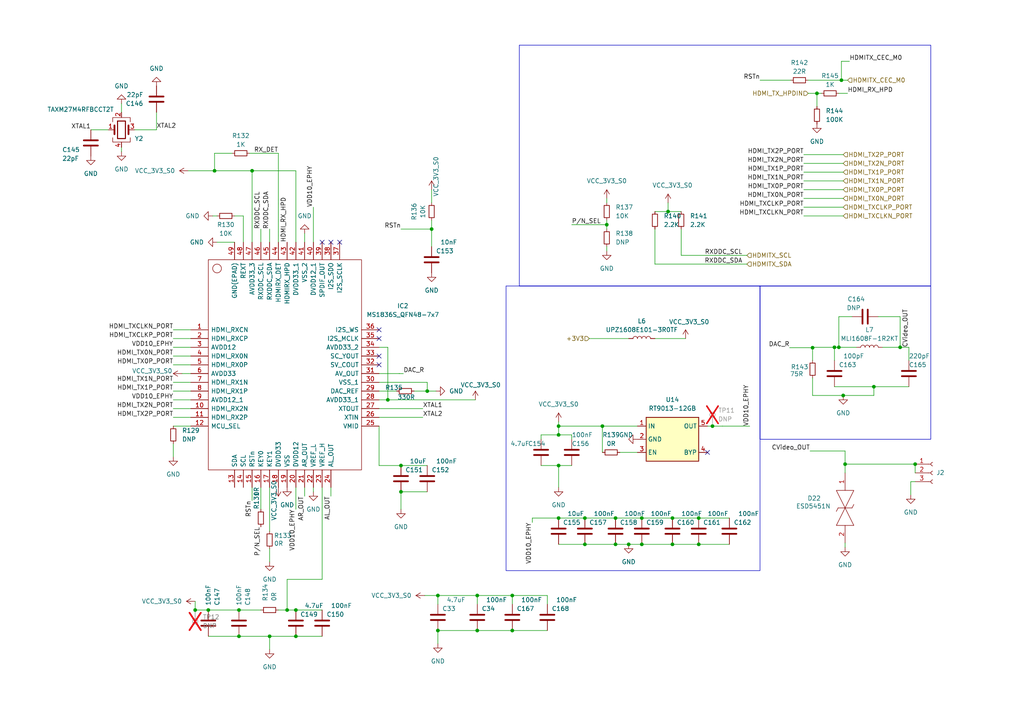
<source format=kicad_sch>
(kicad_sch (version 20231120) (generator "eeschema") (generator_version "8.0")
  (paper "A4")
  (junction (at 253.4574 112.1637))
  (junction (at 127 172.72))
  (junction (at 265.43 134.62))
  (junction (at 116.2974 142.6437))
  (junction (at 202.6574 157.8837))
  (junction (at 169.6374 150.2637))
  (junction (at 175.9874 65.1737))
  (junction (at 244.0487 23.2637))
  (junction (at 123.9174 113.4337))
  (junction (at 206.6461 123.5937))
  (junction (at 73.1174 49.53))
  (junction (at 261.0774 100.7337))
  (junction (at 195.0374 157.8837))
  (junction (at 148.59 172.72))
  (junction (at 235.6774 100.8488))
  (junction (at 186.1474 150.2637))
  (junction (at 125.1874 66.4437))
  (junction (at 178.5274 157.8837))
  (junction (at 202.6574 150.2637))
  (junction (at 138.43 172.72))
  (junction (at 148.59 182.88))
  (junction (at 60.4174 176.9337))
  (junction (at 138.43 182.88))
  (junction (at 178.5274 150.2637))
  (junction (at 186.1474 157.8837))
  (junction (at 83.2774 176.9337))
  (junction (at 127 182.88))
  (junction (at 162.0174 126.1337))
  (junction (at 85.8174 184.5537))
  (junction (at 169.6374 157.8837))
  (junction (at 69.3074 184.5537))
  (junction (at 162.0174 123.5937))
  (junction (at 244.5674 114.7037))
  (junction (at 243.2974 100.7337))
  (junction (at 78.1974 184.5537))
  (junction (at 112.4874 115.9737))
  (junction (at 236.9474 27.0737))
  (junction (at 162.0174 150.2637))
  (junction (at 56.6074 176.9337))
  (junction (at 242.0274 100.7337))
  (junction (at 62.23 49.53))
  (junction (at 193.7674 61.3637))
  (junction (at 162.0174 135.0237))
  (junction (at 174.7174 123.5937))
  (junction (at 85.8174 176.9337))
  (junction (at 116.2974 135.0237))
  (junction (at 245.11 134.62))
  (junction (at 69.3074 176.9337))
  (junction (at 182.3374 157.8837))
  (junction (at 195.0374 150.2637))
  (no_connect (at 109.9474 98.1937))
  (no_connect (at 98.5174 70.2537))
  (no_connect (at 205.1974 131.2137))
  (no_connect (at 109.9474 95.6537))
  (no_connect (at 109.9474 105.8137))
  (no_connect (at 109.9474 103.2737))
  (no_connect (at 95.9774 70.2537))
  (no_connect (at 93.4374 70.2537))
  (wire (pts (xy 169.6374 157.8837) (xy 178.5274 157.8837)))
  (wire (pts (xy 50.2574 118.5137) (xy 55.3374 118.5137)))
  (wire (pts (xy 138.43 182.88) (xy 127 182.88)))
  (wire (pts (xy 233.1374 57.5537) (xy 244.5674 57.5537)))
  (wire (pts (xy 148.59 172.72) (xy 138.43 172.72)))
  (wire (pts (xy 244.0487 23.2637) (xy 245.8374 23.2637)))
  (wire (pts (xy 169.6374 150.2637) (xy 178.5274 150.2637)))
  (wire (pts (xy 235.6774 114.7037) (xy 235.6774 109.6237)))
  (wire (pts (xy 122.6474 121.0537) (xy 109.9474 121.0537)))
  (wire (pts (xy 174.7174 123.5937) (xy 174.7174 131.2137)))
  (wire (pts (xy 158.75 175.26) (xy 158.75 172.72)))
  (wire (pts (xy 137.8874 115.9737) (xy 112.4874 115.9737)))
  (wire (pts (xy 61.6874 62.6337) (xy 62.9574 62.6337)))
  (wire (pts (xy 179.7974 131.2137) (xy 184.8774 131.2137)))
  (wire (pts (xy 175.9874 65.1737) (xy 175.9874 63.9037)))
  (wire (pts (xy 126.4574 113.4337) (xy 123.9174 113.4337)))
  (wire (pts (xy 120.1074 113.4337) (xy 123.9174 113.4337)))
  (wire (pts (xy 85.8174 176.9337) (xy 83.2774 176.9337)))
  (wire (pts (xy 156.9374 135.0237) (xy 162.0174 135.0237)))
  (wire (pts (xy 62.23 44.45) (xy 62.23 49.53)))
  (wire (pts (xy 39.045 37.6506) (xy 45.395 37.6506)))
  (wire (pts (xy 165.8274 65.1737) (xy 175.9874 65.1737)))
  (wire (pts (xy 75.6574 147.7237) (xy 75.6574 141.3737)))
  (wire (pts (xy 209.55 123.5971) (xy 209.55 123.5937)))
  (wire (pts (xy 148.59 182.88) (xy 138.43 182.88)))
  (wire (pts (xy 245.11 134.62) (xy 245.11 137.16)))
  (wire (pts (xy 263.6174 100.7337) (xy 263.6174 104.5437)))
  (wire (pts (xy 109.9474 100.7337) (xy 112.4874 100.7337)))
  (wire (pts (xy 264.16 139.7) (xy 265.43 139.7)))
  (wire (pts (xy 60.4174 176.9337) (xy 56.6074 176.9337)))
  (wire (pts (xy 88.3574 67.7137) (xy 88.3574 70.2537)))
  (wire (pts (xy 50.2574 113.4337) (xy 55.3374 113.4337)))
  (wire (pts (xy 235.6774 104.5437) (xy 235.6774 100.8488)))
  (wire (pts (xy 83.2774 176.9337) (xy 80.7374 176.9337)))
  (wire (pts (xy 193.7674 61.3637) (xy 197.5774 61.3637)))
  (wire (pts (xy 243.2974 91.8437) (xy 243.2974 100.7337)))
  (wire (pts (xy 202.6574 150.2637) (xy 211.5474 150.2637)))
  (wire (pts (xy 116.2974 142.6437) (xy 123.9174 142.6437)))
  (wire (pts (xy 69.3074 184.5537) (xy 78.1974 184.5537)))
  (wire (pts (xy 69.3074 176.9337) (xy 60.4174 176.9337)))
  (wire (pts (xy 244.5674 114.7037) (xy 253.4574 114.7037)))
  (wire (pts (xy 116.2974 147.7237) (xy 116.2974 142.6437)))
  (wire (pts (xy 156.9374 126.1337) (xy 162.0174 126.1337)))
  (wire (pts (xy 112.4874 115.9737) (xy 109.9474 115.9737)))
  (wire (pts (xy 138.43 172.72) (xy 127 172.72)))
  (wire (pts (xy 50.2574 95.6537) (xy 55.3374 95.6537)))
  (wire (pts (xy 70.5774 62.6337) (xy 68.0374 62.6337)))
  (wire (pts (xy 233.1374 49.9337) (xy 244.5674 49.9337)))
  (wire (pts (xy 62.23 49.53) (xy 73.1174 49.53)))
  (wire (pts (xy 162.0174 126.1337) (xy 165.8274 126.1337)))
  (wire (pts (xy 193.7674 58.8237) (xy 193.7674 61.3637)))
  (wire (pts (xy 138.43 175.26) (xy 138.43 172.72)))
  (wire (pts (xy 233.1374 62.6337) (xy 244.5674 62.6337)))
  (wire (pts (xy 246.38 17.78) (xy 244.0487 17.78)))
  (wire (pts (xy 50.2574 123.5937) (xy 55.3374 123.5937)))
  (wire (pts (xy 50.2574 100.7337) (xy 55.3374 100.7337)))
  (wire (pts (xy 165.8274 126.1337) (xy 165.8274 127.4037)))
  (wire (pts (xy 50.2574 121.0537) (xy 55.3374 121.0537)))
  (wire (pts (xy 234.95 130.81) (xy 245.11 130.81)))
  (wire (pts (xy 45.395 32.5706) (xy 45.395 37.6506)))
  (wire (pts (xy 123.9174 110.8937) (xy 123.9174 113.4337)))
  (wire (pts (xy 125.1874 71.5237) (xy 125.1874 66.4437)))
  (wire (pts (xy 255.9974 100.7337) (xy 261.0774 100.7337)))
  (wire (pts (xy 186.1474 150.2637) (xy 195.0374 150.2637)))
  (wire (pts (xy 85.8174 184.5537) (xy 93.4374 184.5537)))
  (wire (pts (xy 50.2574 115.9737) (xy 55.3374 115.9737)))
  (wire (pts (xy 75.6574 66.4437) (xy 75.6574 70.2537)))
  (wire (pts (xy 174.7174 123.5937) (xy 184.8774 123.5937)))
  (wire (pts (xy 243.2974 100.7337) (xy 242.0274 100.7337)))
  (wire (pts (xy 245.11 158.75) (xy 245.11 157.48)))
  (wire (pts (xy 78.1974 66.4437) (xy 78.1974 70.2537)))
  (wire (pts (xy 112.4874 100.7337) (xy 112.4874 115.9737)))
  (wire (pts (xy 162.0174 157.8837) (xy 169.6374 157.8837)))
  (wire (pts (xy 261.0774 91.8437) (xy 254.7274 91.8437)))
  (wire (pts (xy 35.235 30.0306) (xy 35.235 32.5706)))
  (wire (pts (xy 78.1974 159.1537) (xy 78.1974 162.9637)))
  (wire (pts (xy 178.5274 157.8837) (xy 182.3374 157.8837)))
  (wire (pts (xy 122.6474 118.5137) (xy 109.9474 118.5137)))
  (wire (pts (xy 90.8974 60.0937) (xy 90.8974 70.2537)))
  (wire (pts (xy 265.43 134.62) (xy 265.43 137.16)))
  (wire (pts (xy 62.23 44.45) (xy 67.31 44.45)))
  (wire (pts (xy 195.0374 150.2637) (xy 202.6574 150.2637)))
  (wire (pts (xy 236.9474 27.0737) (xy 238.2174 27.0737)))
  (wire (pts (xy 154.3974 151.5337) (xy 154.3974 150.2637)))
  (wire (pts (xy 162.0174 122.3237) (xy 162.0174 123.5937)))
  (wire (pts (xy 253.4574 112.1637) (xy 253.4574 114.7037)))
  (wire (pts (xy 156.9374 127.4037) (xy 156.9374 126.1337)))
  (wire (pts (xy 78.1974 154.0737) (xy 78.1974 141.3737)))
  (wire (pts (xy 78.1974 184.5537) (xy 85.8174 184.5537)))
  (wire (pts (xy 115.0274 113.4337) (xy 109.9474 113.4337)))
  (wire (pts (xy 88.3574 143.9137) (xy 88.3574 141.3737)))
  (wire (pts (xy 264.16 143.51) (xy 264.16 139.7)))
  (wire (pts (xy 162.0174 123.5937) (xy 174.7174 123.5937)))
  (wire (pts (xy 72.39 44.45) (xy 80.7374 44.45)))
  (wire (pts (xy 62.23 49.53) (xy 54.61 49.53)))
  (wire (pts (xy 123.19 172.72) (xy 127 172.72)))
  (wire (pts (xy 233.1374 52.4737) (xy 244.5674 52.4737)))
  (wire (pts (xy 261.0774 100.7337) (xy 263.6174 100.7337)))
  (wire (pts (xy 50.2574 98.1937) (xy 55.3374 98.1937)))
  (wire (pts (xy 234.4074 27.0737) (xy 236.9474 27.0737)))
  (wire (pts (xy 93.4374 141.3737) (xy 93.4374 168.0437)))
  (wire (pts (xy 209.55 123.5937) (xy 206.6461 123.5937)))
  (wire (pts (xy 202.6574 157.8837) (xy 211.5474 157.8837)))
  (wire (pts (xy 189.9574 61.3637) (xy 193.7674 61.3637)))
  (wire (pts (xy 93.4374 168.0437) (xy 83.2774 168.0437)))
  (wire (pts (xy 117.0066 108.3625) (xy 115.824 108.3625)))
  (wire (pts (xy 127 172.72) (xy 127 175.26)))
  (wire (pts (xy 242.0274 112.1637) (xy 253.4574 112.1637)))
  (wire (pts (xy 123.9174 135.0237) (xy 116.2974 135.0237)))
  (wire (pts (xy 248.3774 100.7337) (xy 243.2974 100.7337)))
  (wire (pts (xy 70.5774 62.6337) (xy 70.5774 70.2537)))
  (wire (pts (xy 178.5274 150.2637) (xy 186.1474 150.2637)))
  (wire (pts (xy 50.2574 103.2737) (xy 55.3374 103.2737)))
  (wire (pts (xy 245.11 130.81) (xy 245.11 134.62)))
  (wire (pts (xy 83.2774 168.0437) (xy 83.2774 176.9337)))
  (wire (pts (xy 50.2574 132.4837) (xy 50.2574 128.6737)))
  (wire (pts (xy 189.9574 76.6037) (xy 216.6274 76.6037)))
  (wire (pts (xy 170.9074 98.1937) (xy 182.3374 98.1937)))
  (wire (pts (xy 85.8174 49.53) (xy 85.8174 70.2537)))
  (wire (pts (xy 195.0374 157.8837) (xy 202.6574 157.8837)))
  (wire (pts (xy 236.9474 30.8837) (xy 236.9474 27.0737)))
  (wire (pts (xy 95.9774 143.9137) (xy 95.9774 141.3737)))
  (wire (pts (xy 175.9874 72.7937) (xy 175.9874 71.5237)))
  (wire (pts (xy 62.9574 70.2537) (xy 68.0374 70.2537)))
  (wire (pts (xy 234.4074 23.2637) (xy 244.0487 23.2637)))
  (wire (pts (xy 73.1174 49.53) (xy 73.1174 70.2537)))
  (wire (pts (xy 148.59 175.26) (xy 148.59 172.72)))
  (wire (pts (xy 26.345 37.6506) (xy 31.425 37.6506)))
  (wire (pts (xy 115.824 108.3625) (xy 115.824 108.3537)))
  (wire (pts (xy 115.824 108.3537) (xy 109.9474 108.3537)))
  (wire (pts (xy 197.5774 74.0637) (xy 216.6274 74.0637)))
  (wire (pts (xy 189.9574 66.4437) (xy 189.9574 76.6037)))
  (wire (pts (xy 235.6774 100.7337) (xy 242.0274 100.7337)))
  (wire (pts (xy 35.235 44.0006) (xy 35.235 42.7306)))
  (wire (pts (xy 261.0774 91.8437) (xy 261.0774 100.7337)))
  (wire (pts (xy 158.75 172.72) (xy 148.59 172.72)))
  (wire (pts (xy 75.6574 176.9337) (xy 69.3074 176.9337)))
  (wire (pts (xy 233.1374 47.3937) (xy 244.5674 47.3937)))
  (wire (pts (xy 56.6074 176.9337) (xy 56.6074 174.3937)))
  (wire (pts (xy 243.2974 91.8437) (xy 247.1074 91.8437)))
  (wire (pts (xy 233.1374 55.0137) (xy 244.5674 55.0137)))
  (wire (pts (xy 233.1374 60.0937) (xy 244.5674 60.0937)))
  (wire (pts (xy 125.1874 66.4437) (xy 125.1874 63.9037)))
  (wire (pts (xy 245.11 134.62) (xy 265.43 134.62)))
  (wire (pts (xy 206.6461 123.5937) (xy 205.1974 123.5937)))
  (wire (pts (xy 109.9474 110.8937) (xy 123.9174 110.8937)))
  (wire (pts (xy 197.5774 66.4437) (xy 197.5774 74.0637)))
  (wire (pts (xy 235.6774 100.8488) (xy 235.6774 100.7337)))
  (wire (pts (xy 175.9874 58.8237) (xy 175.9874 57.5537)))
  (wire (pts (xy 90.8974 142.6437) (xy 90.8974 141.3737)))
  (wire (pts (xy 116.2974 66.4437) (xy 125.1874 66.4437)))
  (wire (pts (xy 80.7374 44.45) (xy 80.7374 70.2537)))
  (wire (pts (xy 60.4174 184.5537) (xy 69.3074 184.5537)))
  (wire (pts (xy 78.1974 188.3637) (xy 78.1974 184.5537)))
  (wire (pts (xy 162.0174 135.0237) (xy 165.8274 135.0237)))
  (wire (pts (xy 116.2974 135.0237) (xy 109.9474 135.0237)))
  (wire (pts (xy 109.9474 135.0237) (xy 109.9474 123.5937)))
  (wire (pts (xy 73.1174 49.53) (xy 85.8174 49.53)))
  (wire (pts (xy 182.3374 157.8837) (xy 186.1474 157.8837)))
  (wire (pts (xy 93.4374 176.9337) (xy 85.8174 176.9337)))
  (wire (pts (xy 189.9574 98.1937) (xy 198.8474 98.1937)))
  (wire (pts (xy 242.0274 100.7337) (xy 242.0274 104.5437)))
  (wire (pts (xy 50.2574 105.8137) (xy 55.3374 105.8137)))
  (wire (pts (xy 158.75 182.88) (xy 148.59 182.88)))
  (wire (pts (xy 162.0174 123.5937) (xy 162.0174 126.1337)))
  (wire (pts (xy 243.2974 27.0737) (xy 245.8374 27.0737)))
  (wire (pts (xy 73.1174 145.1837) (xy 73.1174 141.3737)))
  (wire (pts (xy 186.1474 157.8837) (xy 195.0374 157.8837)))
  (wire (pts (xy 233.1374 44.8537) (xy 244.5674 44.8537)))
  (wire (pts (xy 50.2574 110.8937) (xy 55.3374 110.8937)))
  (wire (pts (xy 175.9874 66.4437) (xy 175.9874 65.1737)))
  (wire (pts (xy 125.1874 58.8237) (xy 125.1874 55.0137)))
  (wire (pts (xy 52.7974 108.3537) (xy 55.3374 108.3537)))
  (wire (pts (xy 162.0174 135.0237) (xy 162.0174 141.3737)))
  (wire (pts (xy 85.8174 147.7237) (xy 85.8174 141.3737)))
  (wire (pts (xy 253.4574 112.1637) (xy 263.6174 112.1637)))
  (wire (pts (xy 244.0487 17.78) (xy 244.0487 23.2637)))
  (wire (pts (xy 235.6774 114.7037) (xy 244.5674 114.7037)))
  (wire (pts (xy 220.4374 23.2637) (xy 229.3274 23.2637)))
  (wire (pts (xy 127 182.88) (xy 127 186.69)))
  (wire (pts (xy 235.6774 100.8488) (xy 229.0122 100.8488)))
  (wire (pts (xy 217.4517 123.5971) (xy 209.55 123.5971)))
  (wire (pts (xy 162.0174 150.2637) (xy 169.6374 150.2637)))
  (wire (pts (xy 154.3974 150.2637) (xy 162.0174 150.2637)))
  (rectangle (start 146.7774 82.9537) (end 220.4374 165.5037))
  (rectangle (start 220.4374 82.9537) (end 269.9674 127.4037))
  (rectangle (start 150.622 13.1037) (end 269.9674 82.9537))
  (label "CVideo_OUT" (at 263.6174 100.7337 90))
  (label "P{slash}N_SEL" (at 75.6574 152.8037 270))
  (label "XTAL1" (at 26.345 37.6506 180))
  (label "HDMI_TXCLKP_PORT" (at 233.1374 60.0937 180))
  (label "HDMI_TXCLKP_PORT" (at 50.2574 98.1937 180))
  (label "HDMI_TX1P_PORT" (at 50.2574 113.4337 180))
  (label "RSTn" (at 73.1174 145.1837 270))
  (label "DAC_R" (at 117.0066 108.3625 0))
  (label "P{slash}N_SEL" (at 165.8274 65.1737 0))
  (label "RXDDC_SCL" (at 215.3574 74.0637 180))
  (label "HDMI_TX1P_PORT" (at 233.1374 49.9337 180))
  (label "VDD10_EPHY" (at 85.8174 147.7237 270))
  (label "AL_OUT" (at 95.9774 143.9137 270))
  (label "RSTn" (at 220.4374 23.2637 180))
  (label "HDMI_TX0P_PORT" (at 50.2574 105.8137 180))
  (label "HDMITX_CEC_M0" (at 246.38 17.78 0))
  (label "VDD10_EPHY" (at 50.2574 115.9737 180))
  (label "HDMI_TX2N_PORT" (at 233.1374 47.3937 180))
  (label "VDD10_EPHY" (at 217.4517 123.5971 90))
  (label "CVideo_OUT" (at 234.95 130.81 180))
  (label "HDMI_TX1N_PORT" (at 50.2574 110.8937 180))
  (label "HDMI_TX1N_PORT" (at 233.1374 52.4737 180))
  (label "HDMI_TX0N_PORT" (at 50.2574 103.2737 180))
  (label "HDMI_TX0N_PORT" (at 233.1374 57.5537 180))
  (label "VDD10_EPHY" (at 154.3974 151.5337 270))
  (label "HDMI_TX2N_PORT" (at 50.2574 118.5137 180))
  (label "RXDDC_SDA" (at 215.3574 76.6037 180))
  (label "HDMI_TXCLKN_PORT" (at 50.2574 95.6537 180))
  (label "RSTn" (at 116.2974 66.4437 180))
  (label "RXDDC_SDA" (at 78.1974 66.4437 90))
  (label "VDD10_EPHY" (at 90.8974 60.0937 90))
  (label "XTAL2" (at 122.6474 121.0537 0))
  (label "XTAL1" (at 122.6474 118.5137 0))
  (label "XTAL2" (at 45.395 37.4969 0))
  (label "HDMI_RX_HPD" (at 245.8374 27.0737 0))
  (label "DAC_R" (at 229.0122 100.8488 180))
  (label "RX_DET" (at 73.66 44.45 0))
  (label "HDMI_RX_HPD" (at 83.2774 70.2537 90))
  (label "HDMI_TX2P_PORT" (at 50.2574 121.0537 180))
  (label "AR_OUT" (at 88.3574 143.9137 270))
  (label "HDMI_TX2P_PORT" (at 233.1374 44.8537 180))
  (label "HDMI_TXCLKN_PORT" (at 233.1374 62.6337 180))
  (label "VDD10_EPHY" (at 50.2574 100.7337 180))
  (label "HDMI_TX0P_PORT" (at 233.1374 55.0137 180))
  (label "RXDDC_SCL" (at 75.6574 66.4437 90))
  (hierarchical_label "HDMI_TX0P_PORT" (shape input) (at 244.5674 55.0137 0))
  (hierarchical_label "HDMITX_CEC_M0" (shape input) (at 245.8374 23.2637 0))
  (hierarchical_label "HDMI_TX1P_PORT" (shape input) (at 244.5674 49.9337 0))
  (hierarchical_label "+3V3" (shape input) (at 170.9074 98.1937 180))
  (hierarchical_label "HDMI_TXCLKN_PORT" (shape input) (at 244.5674 62.6337 0))
  (hierarchical_label "HDMITX_SDA" (shape input) (at 216.6274 76.6037 0))
  (hierarchical_label "HDMI_TX2P_PORT" (shape input) (at 244.5674 44.8537 0))
  (hierarchical_label "HDMI_TX_HPDIN" (shape input) (at 234.4074 27.0737 180))
  (hierarchical_label "HDMI_TX1N_PORT" (shape input) (at 244.5674 52.4737 0))
  (hierarchical_label "HDMI_TX0N_PORT" (shape input) (at 244.5674 57.5537 0))
  (hierarchical_label "HDMITX_SCL" (shape input) (at 216.6274 74.0637 0))
  (hierarchical_label "HDMI_TXCLKP_PORT" (shape input) (at 244.5674 60.0937 0))
  (hierarchical_label "HDMI_TX2N_PORT" (shape input) (at 244.5674 47.3937 0))
  (symbol (lib_id "power:GND") (at 236.9474 35.9637 0) (unit 1)
    (property "Reference" "#PWR0188" (effects (hide yes)))
    (property "Value" "GND" (at 236.9474 41.0437 0))
    (property "Description" "Power symbol creates a global label with name \"GND\" , ground" (effects (hide yes)))
    (instances (project "Movita_3566_XV500_Router_V4.0" (path "" (reference "#PWR0188") (unit 1))) (project "HDMI_CVBS" (path "" (reference "#PWR087") (unit 1))) (project "HDMI_CVBS" (path "" (reference "#PWR08") (unit 1))))
  )
  (symbol (lib_id "Device:R_Small") (at 236.9474 33.4237 0) (unit 1)
    (property "Reference" "R144" (at 239.4874 32.1537 0) (effects (justify left)))
    (property "Value" "100K" (at 239.4874 34.6937 0) (effects (justify left)))
    (property "Footprint" "Resistor_SMD:R_0603_1608Metric" (effects (hide yes)))
    (property "Description" "Resistor, small symbol" (effects (hide yes)))
    (property "MPN" "0603WAF1003T5E" (effects (hide yes)))
    (instances (project "Movita_3566_XV500_Router_V4.0" (path "" (reference "R144") (unit 1))) (project "HDMI_CVBS" (path "" (reference "R50") (unit 1))) (project "HDMI_CVBS" (path "" (reference "R7") (unit 1))))
  )
  (symbol (lib_id "Device:R_Small") (at 240.7574 27.0737 270) (unit 1)
    (property "Reference" "R145" (at 240.7574 21.9937 90))
    (property "Value" "1K" (at 240.7574 24.5337 90))
    (property "Footprint" "Resistor_SMD:R_0603_1608Metric" (effects (hide yes)))
    (property "Description" "Resistor, small symbol" (effects (hide yes)))
    (property "MPN" "0603WAF1001T5E" (effects (hide yes)))
    (instances (project "Movita_3566_XV500_Router_V4.0" (path "" (reference "R145") (unit 1))) (project "HDMI_CVBS" (path "" (reference "R51") (unit 1))) (project "HDMI_CVBS" (path "" (reference "R6") (unit 1))))
  )
  (symbol (lib_id "Device:C") (at 165.8274 131.2137 0) (unit 1)
    (property "Reference" "C156" (at 165.8274 128.6737 0) (effects (justify left)))
    (property "Value" "100nF" (at 165.8274 126.1337 0) (effects (justify left)))
    (property "Footprint" "Capacitor_SMD:C_0603_1608Metric" (effects (hide yes)))
    (property "Description" "Unpolarized capacitor" (effects (hide yes)))
    (property "MPN" "0603B104K500NT" (effects (hide yes)))
    (instances (project "Movita_3566_XV500_Router_V4.0" (path "" (reference "C156") (unit 1))) (project "HDMI_CVBS" (path "" (reference "C73") (unit 1))) (project "HDMI_CVBS" (path "" (reference "C4") (unit 1))))
  )
  (symbol (lib_id "power:GND") (at 244.5674 114.7037 0) (unit 1)
    (property "Reference" "#PWR0190" (effects (hide yes)))
    (property "Value" "GND" (at 244.5674 119.7837 0))
    (property "Description" "Power symbol creates a global label with name \"GND\" , ground" (effects (hide yes)))
    (instances (project "Movita_3566_XV500_Router_V4.0" (path "" (reference "#PWR0190") (unit 1))) (project "HDMI_CVBS" (path "" (reference "#PWR089") (unit 1))) (project "HDMI_CVBS" (path "" (reference "#PWR015") (unit 1))))
  )
  (symbol (lib_id "Device:C") (at 156.9374 131.2137 0) (unit 1)
    (property "Reference" "C154" (at 153.1274 128.6737 0) (effects (justify left)))
    (property "Value" "4.7uF" (at 148.0474 128.6737 0) (effects (justify left)))
    (property "Footprint" "Capacitor_SMD:C_0603_1608Metric" (effects (hide yes)))
    (property "Description" "Unpolarized capacitor" (effects (hide yes)))
    (property "MPN" "CL10A475KO8NNNC" (effects (hide yes)))
    (instances (project "Movita_3566_XV500_Router_V4.0" (path "" (reference "C154") (unit 1))) (project "HDMI_CVBS" (path "" (reference "C71") (unit 1))) (project "HDMI_CVBS" (path "" (reference "C3") (unit 1))))
  )
  (symbol (lib_id "power:GND") (at 126.4574 113.4337 90) (unit 1)
    (property "Reference" "#PWR0166" (effects (hide yes)))
    (property "Value" "GND" (at 130.2674 113.4337 90) (effects (justify right)))
    (property "Description" "Power symbol creates a global label with name \"GND\" , ground" (effects (hide yes)))
    (instances (project "Movita_3566_XV500_Router_V4.0" (path "" (reference "#PWR0166") (unit 1))) (project "HDMI_CVBS" (path "" (reference "#PWR075") (unit 1))) (project "HDMI_CVBS" (path "" (reference "#PWR027") (unit 1))))
  )
  (symbol (lib_id "power:GND") (at 61.6874 62.6337 270) (unit 1)
    (property "Reference" "#PWR0150" (effects (hide yes)))
    (property "Value" "GND" (at 57.8774 62.6337 90) (effects (justify right)))
    (property "Description" "Power symbol creates a global label with name \"GND\" , ground" (effects (hide yes)))
    (instances (project "Movita_3566_XV500_Router_V4.0" (path "" (reference "#PWR0150") (unit 1))) (project "HDMI_CVBS" (path "" (reference "#PWR064") (unit 1))) (project "HDMI_CVBS" (path "" (reference "#PWR032") (unit 1))))
  )
  (symbol (lib_id "Connector:Conn_01x03_Socket") (at 270.51 137.16 0) (unit 1)
    (property "Reference" "J2" (at 271.5604 137.0947 0) (effects (justify left)))
    (property "Value" "DNP" (effects (hide yes)))
    (property "Footprint" "Footprint Library:AV_CON" (effects (hide yes)))
    (property "Description" "Generic connector, single row, 01x03, script generated" (effects (hide yes)))
    (property "MPN" "莲花座AV1-8.4-5A 黑色" (effects (hide yes)))
  )
  (symbol (lib_id "power:GND") (at 35.235 30.0306 180) (unit 1)
    (property "Reference" "#PWR07" (effects (hide yes)))
    (property "Value" "GND" (at 35.235 24.9506 0))
    (property "Description" "Power symbol creates a global label with name \"GND\" , ground" (effects (hide yes)))
    (instances (project "Movita_3566_XV500_Router_V4.0" (path "" (reference "#PWR07") (unit 1))) (project "HDMI_CVBS" (path "" (reference "#PWR058") (unit 1))) (project "HDMI_CVBS" (path "" (reference "#PWR02") (unit 1))))
  )
  (symbol (lib_id "Device:R_Small") (at 69.85 44.45 90) (unit 1)
    (property "Reference" "R132" (at 69.85 39.37 90))
    (property "Value" "1K" (at 69.85 41.91 90))
    (property "Footprint" "Resistor_SMD:R_0603_1608Metric" (effects (hide yes)))
    (property "Description" "Resistor, small symbol" (effects (hide yes)))
    (property "MPN" "0603WAF1001T5E" (effects (hide yes)))
    (instances (project "Movita_3566_XV500_Router_V4.0" (path "" (reference "R132") (unit 1))) (project "HDMI_CVBS" (path "" (reference "R38") (unit 1))) (project "HDMI_CVBS" (path "" (reference "R17") (unit 1))))
  )
  (symbol (lib_id "power:GND") (at 125.1874 79.1437 0) (unit 1)
    (property "Reference" "#PWR0165" (effects (hide yes)))
    (property "Value" "GND" (at 125.1874 84.2237 0))
    (property "Description" "Power symbol creates a global label with name \"GND\" , ground" (effects (hide yes)))
    (instances (project "Movita_3566_XV500_Router_V4.0" (path "" (reference "#PWR0165") (unit 1))) (project "HDMI_CVBS" (path "" (reference "#PWR077") (unit 1))) (project "HDMI_CVBS" (path "" (reference "#PWR029") (unit 1))))
  )
  (symbol (lib_id "Device:R_Small") (at 197.5774 63.9037 180) (unit 1)
    (property "Reference" "R141" (at 200.1174 62.6337 0) (effects (justify right)))
    (property "Value" "2.2K" (at 200.1174 65.1737 0) (effects (justify right)))
    (property "Footprint" "Resistor_SMD:R_0603_1608Metric" (effects (hide yes)))
    (property "Description" "Resistor, small symbol" (effects (hide yes)))
    (property "MPN" "0603WAF2201T5E" (effects (hide yes)))
    (instances (project "Movita_3566_XV500_Router_V4.0" (path "" (reference "R141") (unit 1))) (project "HDMI_CVBS" (path "" (reference "R47") (unit 1))) (project "HDMI_CVBS" (path "" (reference "R1") (unit 1))))
  )
  (symbol (lib_id "Device:R_Small") (at 50.2574 126.1337 180) (unit 1)
    (property "Reference" "R129" (at 52.7974 124.8637 0) (effects (justify right)))
    (property "Value" "DNP" (at 52.7974 127.4037 0) (effects (justify right)))
    (property "Footprint" "Resistor_SMD:R_0402_1005Metric" (effects (hide yes)))
    (property "Description" "Resistor, small symbol" (effects (hide yes)))
    (instances (project "Movita_3566_XV500_Router_V4.0" (path "" (reference "R129") (unit 1))) (project "HDMI_CVBS" (path "" (reference "R35") (unit 1))) (project "HDMI_CVBS" (path "" (reference "R10") (unit 1))))
  )
  (symbol (lib_id "power:VCC") (at 54.61 49.53 90) (unit 1)
    (property "Reference" "#PWR0154" (effects (hide yes)))
    (property "Value" "VCC_3V3_S0" (at 50.8 49.53 90) (effects (justify left)))
    (property "Description" "Power symbol creates a global label with name \"VCC\"" (effects (hide yes)))
    (instances (project "Movita_3566_XV500_Router_V4.0" (path "" (reference "#PWR0154") (unit 1))) (project "HDMI_CVBS" (path "" (reference "#PWR066") (unit 1))) (project "HDMI_CVBS" (path "" (reference "#PWR031") (unit 1))))
  )
  (symbol (lib_id "power:VCC") (at 162.0174 122.3237 0) (unit 1)
    (property "Reference" "#PWR0170" (effects (hide yes)))
    (property "Value" "VCC_3V3_S0" (at 162.0174 117.2437 0))
    (property "Description" "Power symbol creates a global label with name \"VCC\"" (effects (hide yes)))
    (instances (project "Movita_3566_XV500_Router_V4.0" (path "" (reference "#PWR0170") (unit 1))) (project "HDMI_CVBS" (path "" (reference "#PWR078") (unit 1))) (project "HDMI_CVBS" (path "" (reference "#PWR011") (unit 1))))
  )
  (symbol (lib_id "power:VCC") (at 80.7374 141.3737 180) (unit 1)
    (property "Reference" "#PWR0157" (effects (hide yes)))
    (property "Value" "VCC_3V3_S0" (at 79.4674 145.1837 90))
    (property "Description" "Power symbol creates a global label with name \"VCC\"" (effects (hide yes)))
    (instances (project "Movita_3566_XV500_Router_V4.0" (path "" (reference "#PWR0157") (unit 1))) (project "HDMI_CVBS" (path "" (reference "#PWR069") (unit 1))) (project "HDMI_CVBS" (path "" (reference "#PWR020") (unit 1))))
  )
  (symbol (lib_id "power:VCC") (at 198.8474 98.1937 0) (unit 1)
    (property "Reference" "#PWR0187" (effects (hide yes)))
    (property "Value" "VCC_3V3_S0" (at 194.0214 93.3677 0) (effects (justify left)))
    (property "Description" "Power symbol creates a global label with name \"VCC\"" (effects (hide yes)))
    (instances (project "Movita_3566_XV500_Router_V4.0" (path "" (reference "#PWR0187") (unit 1))) (project "HDMI_CVBS" (path "" (reference "#PWR085") (unit 1))) (project "HDMI_CVBS" (path "" (reference "#PWR09") (unit 1))))
  )
  (symbol (lib_id "Device:C") (at 26.345 41.4606 0) (unit 1)
    (property "Reference" "C145" (at 18.034 43.434 0) (effects (justify left)))
    (property "Value" "22pF" (at 18.034 45.974 0) (effects (justify left)))
    (property "Footprint" "Capacitor_SMD:C_0603_1608Metric" (effects (hide yes)))
    (property "Description" "Unpolarized capacitor" (effects (hide yes)))
    (property "MPN" "CL10C220JB8NNNC" (effects (hide yes)))
    (instances (project "Movita_3566_XV500_Router_V4.0" (path "" (reference "C145") (unit 1))) (project "HDMI_CVBS" (path "" (reference "C62") (unit 1))) (project "HDMI_CVBS" (path "" (reference "C1") (unit 1))))
  )
  (symbol (lib_id "Device:C") (at 178.5274 154.0737 0) (unit 1)
    (property "Reference" "C158" (at 179.7974 151.5337 0) (effects (justify left)))
    (property "Value" "100nF" (at 181.0674 148.9937 0) (effects (justify left)))
    (property "Footprint" "Capacitor_SMD:C_0603_1608Metric" (effects (hide yes)))
    (property "Description" "Unpolarized capacitor" (effects (hide yes)))
    (property "MPN" "0603B104K500NT" (effects (hide yes)))
    (instances (project "Movita_3566_XV500_Router_V4.0" (path "" (reference "C158") (unit 1))) (project "HDMI_CVBS" (path "" (reference "C75") (unit 1))) (project "HDMI_CVBS" (path "" (reference "C7") (unit 1))))
  )
  (symbol (lib_id "Device:C") (at 127 179.07 0) (unit 1)
    (property "Reference" "C33" (at 128.27 176.53 0) (effects (justify left)))
    (property "Value" "4.7uF" (at 129.54 173.99 0) (effects (justify left)))
    (property "Footprint" "Capacitor_SMD:C_0603_1608Metric" (effects (hide yes)))
    (property "Description" "Unpolarized capacitor" (effects (hide yes)))
    (property "MPN" "CL10A475KO8NNNC" (effects (hide yes)))
    (instances (project "Movita_3566_XV500_Router_V4.0" (path "" (reference "C33") (unit 1))) (project "HDMI_CVBS" (path "" (reference "C66") (unit 1))) (project "HDMI_CVBS" (path "" (reference "C18") (unit 1))))
  )
  (symbol (lib_id "power:GND") (at 90.8974 142.6437 0) (unit 1)
    (property "Reference" "#PWR0160" (effects (hide yes)))
    (property "Value" "GND" (at 90.8974 147.7237 0))
    (property "Description" "Power symbol creates a global label with name \"GND\" , ground" (effects (hide yes)))
    (instances (project "Movita_3566_XV500_Router_V4.0" (path "" (reference "#PWR0160") (unit 1))) (project "HDMI_CVBS" (path "" (reference "#PWR072") (unit 1))) (project "HDMI_CVBS" (path "" (reference "#PWR022") (unit 1))))
  )
  (symbol (lib_id "power:VCC") (at 52.7974 108.3537 90) (unit 1)
    (property "Reference" "#PWR0140" (effects (hide yes)))
    (property "Value" "VCC_3V3_S0" (at 50.0034 107.5917 90) (effects (justify left)))
    (property "Description" "Power symbol creates a global label with name \"VCC\"" (effects (hide yes)))
    (instances (project "Movita_3566_XV500_Router_V4.0" (path "" (reference "#PWR0140") (unit 1))) (project "HDMI_CVBS" (path "" (reference "#PWR062") (unit 1))) (project "HDMI_CVBS" (path "" (reference "#PWR017") (unit 1))))
  )
  (symbol (lib_id "power:GND") (at 62.9574 70.2537 270) (unit 1)
    (property "Reference" "#PWR0153" (effects (hide yes)))
    (property "Value" "GND" (at 59.1474 70.2537 90) (effects (justify right)))
    (property "Description" "Power symbol creates a global label with name \"GND\" , ground" (effects (hide yes)))
    (instances (project "Movita_3566_XV500_Router_V4.0" (path "" (reference "#PWR0153") (unit 1))) (project "HDMI_CVBS" (path "" (reference "#PWR065") (unit 1))) (project "HDMI_CVBS" (path "" (reference "#PWR030") (unit 1))))
  )
  (symbol (lib_id "Device:R_Small") (at 231.8674 23.2637 270) (unit 1)
    (property "Reference" "R142" (at 231.8674 18.1837 90))
    (property "Value" "22R" (at 231.8674 20.7237 90))
    (property "Footprint" "Resistor_SMD:R_0603_1608Metric" (effects (hide yes)))
    (property "Description" "Resistor, small symbol" (effects (hide yes)))
    (property "MPN" "0603WAF220JT5E" (effects (hide yes)))
    (instances (project "Movita_3566_XV500_Router_V4.0" (path "" (reference "R142") (unit 1))) (project "HDMI_CVBS" (path "" (reference "R48") (unit 1))) (project "HDMI_CVBS" (path "" (reference "R5") (unit 1))))
  )
  (symbol (lib_id "QFN481:MS1836S_QFN48-7x7") (at 60.4174 95.6537 0) (unit 1)
    (property "Reference" "IC2" (at 116.84 88.7255 0))
    (property "Value" "MS1836S_QFN48-7x7" (at 116.84 91.2655 0))
    (property "Footprint" "Package_DFN_QFN:QFN-48-1EP_7x7mm_P0.5mm_EP5.6x5.6mm" (effects (hide yes)))
    (property "MPN" "MS1836S" (effects (hide yes)))
    (instances (project "Movita_3566_XV500_Router_V4.0" (path "" (reference "IC2") (unit 1))) (project "HDMI_CVBS" (path "" (reference "IC2") (unit 1))) (project "HDMI_CVBS" (path "" (reference "IC1") (unit 1))))
  )
  (symbol (lib_id "Device:C") (at 202.6574 154.0737 0) (unit 1)
    (property "Reference" "C161" (at 203.9274 151.5337 0) (effects (justify left)))
    (property "Value" "100nF" (at 205.1974 148.9937 0) (effects (justify left)))
    (property "Footprint" "Capacitor_SMD:C_0603_1608Metric" (effects (hide yes)))
    (property "Description" "Unpolarized capacitor" (effects (hide yes)))
    (property "MPN" "0603B104K500NT" (effects (hide yes)))
    (instances (project "Movita_3566_XV500_Router_V4.0" (path "" (reference "C161") (unit 1))) (project "HDMI_CVBS" (path "" (reference "C78") (unit 1))) (project "HDMI_CVBS" (path "" (reference "C10") (unit 1))))
  )
  (symbol (lib_id "power:VCC") (at 193.7674 58.8237 0) (unit 1)
    (property "Reference" "#PWR0186" (effects (hide yes)))
    (property "Value" "VCC_3V3_S0" (at 195.0374 53.7437 0))
    (property "Description" "Power symbol creates a global label with name \"VCC\"" (effects (hide yes)))
    (instances (project "Movita_3566_XV500_Router_V4.0" (path "" (reference "#PWR0186") (unit 1))) (project "HDMI_CVBS" (path "" (reference "#PWR086") (unit 1))) (project "HDMI_CVBS" (path "" (reference "#PWR05") (unit 1))))
  )
  (symbol (lib_id "Device:C") (at 69.3074 180.7437 0) (unit 1)
    (property "Reference" "C148" (at 71.8474 175.6637 90) (effects (justify left)))
    (property "Value" "100nF" (at 69.3074 175.6637 90) (effects (justify left)))
    (property "Footprint" "Capacitor_SMD:C_0603_1608Metric" (effects (hide yes)))
    (property "Description" "Unpolarized capacitor" (effects (hide yes)))
    (property "MPN" "0603B104K500NT" (effects (hide yes)))
    (instances (project "Movita_3566_XV500_Router_V4.0" (path "" (reference "C148") (unit 1))) (project "HDMI_CVBS" (path "" (reference "C65") (unit 1))) (project "HDMI_CVBS" (path "" (reference "C16") (unit 1))))
  )
  (symbol (lib_id "Device:C") (at 123.9174 138.8337 0) (unit 1)
    (property "Reference" "C152" (at 125.1874 136.2937 0) (effects (justify left)))
    (property "Value" "100nF" (at 126.4574 133.7537 0) (effects (justify left)))
    (property "Footprint" "Capacitor_SMD:C_0603_1608Metric" (effects (hide yes)))
    (property "Description" "Unpolarized capacitor" (effects (hide yes)))
    (property "MPN" "0603B104K500NT" (effects (hide yes)))
    (instances (project "Movita_3566_XV500_Router_V4.0" (path "" (reference "C152") (unit 1))) (project "HDMI_CVBS" (path "" (reference "C69") (unit 1))) (project "HDMI_CVBS" (path "" (reference "C20") (unit 1))))
  )
  (symbol (lib_id "power:GND") (at 162.0174 141.3737 0) (unit 1)
    (property "Reference" "#PWR0171" (effects (hide yes)))
    (property "Value" "GND" (at 162.0174 146.4537 0))
    (property "Description" "Power symbol creates a global label with name \"GND\" , ground" (effects (hide yes)))
    (instances (project "Movita_3566_XV500_Router_V4.0" (path "" (reference "#PWR0171") (unit 1))) (project "HDMI_CVBS" (path "" (reference "#PWR079") (unit 1))) (project "HDMI_CVBS" (path "" (reference "#PWR012") (unit 1))))
  )
  (symbol (lib_id "power:GND") (at 184.8774 127.4037 270) (unit 1)
    (property "Reference" "#PWR0185" (effects (hide yes)))
    (property "Value" "GND" (at 183.6074 126.1337 90) (effects (justify right)))
    (property "Description" "Power symbol creates a global label with name \"GND\" , ground" (effects (hide yes)))
    (instances (project "Movita_3566_XV500_Router_V4.0" (path "" (reference "#PWR0185") (unit 1))) (project "HDMI_CVBS" (path "" (reference "#PWR082") (unit 1))) (project "HDMI_CVBS" (path "" (reference "#PWR013") (unit 1))))
  )
  (symbol (lib_id "power:GND") (at 45.395 24.9506 180) (unit 1)
    (property "Reference" "#PWR054" (effects (hide yes)))
    (property "Value" "GND" (at 45.395 19.8706 0))
    (property "Description" "Power symbol creates a global label with name \"GND\" , ground" (effects (hide yes)))
    (instances (project "Movita_3566_XV500_Router_V4.0" (path "" (reference "#PWR054") (unit 1))) (project "HDMI_CVBS" (path "" (reference "#PWR060") (unit 1))) (project "HDMI_CVBS" (path "" (reference "#PWR04") (unit 1))))
  )
  (symbol (lib_id "Device:R_Small") (at 175.9874 68.9837 0) (unit 1)
    (property "Reference" "R138" (at 178.5274 67.7137 0) (effects (justify left)))
    (property "Value" "DNP" (at 178.5274 70.2537 0) (effects (justify left)))
    (property "Footprint" "Resistor_SMD:R_0402_1005Metric" (effects (hide yes)))
    (property "Description" "Resistor, small symbol" (effects (hide yes)))
    (instances (project "Movita_3566_XV500_Router_V4.0" (path "" (reference "R138") (unit 1))) (project "HDMI_CVBS" (path "" (reference "R45") (unit 1))) (project "HDMI_CVBS" (path "" (reference "R4") (unit 1))))
  )
  (symbol (lib_id "Connector:TestPoint") (at 56.6074 176.9337 180) (unit 1) (dnp yes)
    (property "Reference" "TP12" (at 58.7979 178.9656 0) (effects (justify right)))
    (property "Value" "DNP" (at 58.7979 181.5056 0) (effects (justify right)))
    (property "Footprint" "TestPoint:TestPoint_Pad_1.0x1.0mm" (effects (hide yes)))
    (property "Description" "test point" (effects (hide yes)))
  )
  (symbol (lib_id "Device:C") (at 195.0374 154.0737 0) (unit 1)
    (property "Reference" "C160" (at 196.3074 151.5337 0) (effects (justify left)))
    (property "Value" "100nF" (at 197.5774 148.9937 0) (effects (justify left)))
    (property "Footprint" "Capacitor_SMD:C_0603_1608Metric" (effects (hide yes)))
    (property "Description" "Unpolarized capacitor" (effects (hide yes)))
    (property "MPN" "0603B104K500NT" (effects (hide yes)))
    (instances (project "Movita_3566_XV500_Router_V4.0" (path "" (reference "C160") (unit 1))) (project "HDMI_CVBS" (path "" (reference "C77") (unit 1))) (project "HDMI_CVBS" (path "" (reference "C9") (unit 1))))
  )
  (symbol (lib_id "Device:C") (at 263.6174 108.3537 0) (unit 1)
    (property "Reference" "C165" (at 263.6174 105.8137 0) (effects (justify left)))
    (property "Value" "220pF" (at 263.6174 103.2737 0) (effects (justify left)))
    (property "Footprint" "Capacitor_SMD:C_0603_1608Metric" (effects (hide yes)))
    (property "Description" "Unpolarized capacitor" (effects (hide yes)))
    (property "MPN" "CL10B221KB8NNNC" (effects (hide yes)))
    (instances (project "Movita_3566_XV500_Router_V4.0" (path "" (reference "C165") (unit 1))) (project "HDMI_CVBS" (path "" (reference "C82") (unit 1))) (project "HDMI_CVBS" (path "" (reference "C13") (unit 1))))
  )
  (symbol (lib_id "Device:R_Small") (at 235.6774 107.0837 180) (unit 1)
    (property "Reference" "R143" (at 229.362 106.426 0) (effects (justify right)))
    (property "Value" "75R" (at 229.108 108.458 0) (effects (justify right)))
    (property "Footprint" "Resistor_SMD:R_0402_1005Metric" (effects (hide yes)))
    (property "Description" "Resistor, small symbol" (effects (hide yes)))
    (property "MPN" "0402WGF750JTCE" (effects (hide yes)))
    (instances (project "Movita_3566_XV500_Router_V4.0" (path "" (reference "R143") (unit 1))) (project "HDMI_CVBS" (path "" (reference "R49") (unit 1))) (project "HDMI_CVBS" (path "" (reference "R9") (unit 1))))
  )
  (symbol (lib_id "power:GND") (at 182.3374 157.8837 0) (unit 1)
    (property "Reference" "#PWR0176" (effects (hide yes)))
    (property "Value" "GND" (at 182.3374 162.9637 0))
    (property "Description" "Power symbol creates a global label with name \"GND\" , ground" (effects (hide yes)))
    (instances (project "Movita_3566_XV500_Router_V4.0" (path "" (reference "#PWR0176") (unit 1))) (project "HDMI_CVBS" (path "" (reference "#PWR081") (unit 1))) (project "HDMI_CVBS" (path "" (reference "#PWR014") (unit 1))))
  )
  (symbol (lib_id "power:GND") (at 78.1974 162.9637 0) (unit 1)
    (property "Reference" "#PWR0155" (effects (hide yes)))
    (property "Value" "GND" (at 78.1974 168.0437 0))
    (property "Description" "Power symbol creates a global label with name \"GND\" , ground" (effects (hide yes)))
    (instances (project "Movita_3566_XV500_Router_V4.0" (path "" (reference "#PWR0155") (unit 1))) (project "HDMI_CVBS" (path "" (reference "#PWR067") (unit 1))) (project "HDMI_CVBS" (path "" (reference "#PWR019") (unit 1))))
  )
  (symbol (lib_id "power:GND") (at 50.2574 132.4837 0) (unit 1)
    (property "Reference" "#PWR055" (effects (hide yes)))
    (property "Value" "GND" (at 50.2574 137.5637 0))
    (property "Description" "Power symbol creates a global label with name \"GND\" , ground" (effects (hide yes)))
    (instances (project "Movita_3566_XV500_Router_V4.0" (path "" (reference "#PWR055") (unit 1))) (project "HDMI_CVBS" (path "" (reference "#PWR061") (unit 1))) (project "HDMI_CVBS" (path "" (reference "#PWR018") (unit 1))))
  )
  (symbol (lib_id "Device:L") (at 186.1474 98.1937 90) (unit 1)
    (property "Reference" "L6" (at 186.1474 93.1137 90))
    (property "Value" "UPZ1608E101-3R0TF" (at 186.1474 95.6537 90))
    (property "Footprint" "Inductor_SMD:L_0603_1608Metric" (effects (hide yes)))
    (property "Description" "Inductor" (effects (hide yes)))
    (property "MPN" "UPZ1608E101-3R0TF" (effects (hide yes)))
    (instances (project "Movita_3566_XV500_Router_V4.0" (path "" (reference "L6") (unit 1))) (project "HDMI_CVBS" (path "" (reference "L3") (unit 1))) (project "HDMI_CVBS" (path "" (reference "L1") (unit 1))))
  )
  (symbol (lib_id "Device:C") (at 116.2974 138.8337 0) (unit 1)
    (property "Reference" "C151" (at 117.5674 136.2937 0) (effects (justify left)))
    (property "Value" "10uF" (at 118.8374 133.7537 0) (effects (justify left)))
    (property "Footprint" "Capacitor_SMD:C_0603_1608Metric" (effects (hide yes)))
    (property "Description" "Unpolarized capacitor" (effects (hide yes)))
    (property "MPN" "CL10A106MO8NQNC" (effects (hide yes)))
    (instances (project "Movita_3566_XV500_Router_V4.0" (path "" (reference "C151") (unit 1))) (project "HDMI_CVBS" (path "" (reference "C68") (unit 1))) (project "HDMI_CVBS" (path "" (reference "C19") (unit 1))))
  )
  (symbol (lib_id "Device:Crystal_GND24") (at 35.235 37.6506 0) (unit 1)
    (property "Reference" "Y2" (at 40.315 40.1906 0))
    (property "Value" "TAXM27M4RFBCCT2T" (at 23.368 31.75 0))
    (property "Footprint" "Crystal:Crystal_SMD_3225-4Pin_3.2x2.5mm" (effects (hide yes)))
    (property "Datasheet" "https://www.lcsc.com/product-detail/Crystals_Yangxing-Tech-X322527MSB4SI_C9008.html" (effects (hide yes)))
    (property "Description" "Four pin crystal, GND on pins 2 and 4" (effects (hide yes)))
    (property "MPN" "TAXM27M4RFBCCT2T" (effects (hide yes)))
    (instances (project "Movita_3566_XV500_Router_V4.0" (path "" (reference "Y2") (unit 1))) (project "HDMI_CVBS" (path "" (reference "Y1") (unit 1))) (project "HDMI_CVBS" (path "" (reference "Y1") (unit 1))))
  )
  (symbol (lib_id "power:VCC") (at 137.8874 115.9737 0) (unit 1)
    (property "Reference" "#PWR0167" (effects (hide yes)))
    (property "Value" "VCC_3V3_S0" (at 139.4114 111.6557 0))
    (property "Description" "Power symbol creates a global label with name \"VCC\"" (effects (hide yes)))
    (instances (project "Movita_3566_XV500_Router_V4.0" (path "" (reference "#PWR0167") (unit 1))) (project "HDMI_CVBS" (path "" (reference "#PWR073") (unit 1))) (project "HDMI_CVBS" (path "" (reference "#PWR026") (unit 1))))
  )
  (symbol (lib_id "Device:C") (at 60.4174 180.7437 0) (unit 1)
    (property "Reference" "C147" (at 62.9574 175.6637 90) (effects (justify left)))
    (property "Value" "100nF" (at 60.4174 175.6637 90) (effects (justify left)))
    (property "Footprint" "Capacitor_SMD:C_0603_1608Metric" (effects (hide yes)))
    (property "Description" "Unpolarized capacitor" (effects (hide yes)))
    (property "MPN" "0603B104K500NT" (effects (hide yes)))
    (instances (project "Movita_3566_XV500_Router_V4.0" (path "" (reference "C147") (unit 1))) (project "HDMI_CVBS" (path "" (reference "C64") (unit 1))) (project "HDMI_CVBS" (path "" (reference "C15") (unit 1))))
  )
  (symbol (lib_id "Device:C") (at 169.6374 154.0737 0) (unit 1)
    (property "Reference" "C157" (at 170.9074 151.5337 0) (effects (justify left)))
    (property "Value" "100nF" (at 172.1774 148.9937 0) (effects (justify left)))
    (property "Footprint" "Capacitor_SMD:C_0603_1608Metric" (effects (hide yes)))
    (property "Description" "Unpolarized capacitor" (effects (hide yes)))
    (property "MPN" "0603B104K500NT" (effects (hide yes)))
    (instances (project "Movita_3566_XV500_Router_V4.0" (path "" (reference "C157") (unit 1))) (project "HDMI_CVBS" (path "" (reference "C74") (unit 1))) (project "HDMI_CVBS" (path "" (reference "C6") (unit 1))))
  )
  (symbol (lib_id "Device:R_Small") (at 78.1974 176.9337 270) (unit 1)
    (property "Reference" "R134" (at 76.9274 174.3937 0) (effects (justify right)))
    (property "Value" "0R" (at 79.4674 174.3937 0) (effects (justify right)))
    (property "Footprint" "Resistor_SMD:R_0402_1005Metric" (effects (hide yes)))
    (property "Description" "Resistor, small symbol" (effects (hide yes)))
    (property "MPN" "0402WGF0000TCE" (effects (hide yes)))
    (instances (project "Movita_3566_XV500_Router_V4.0" (path "" (reference "R134") (unit 1))) (project "HDMI_CVBS" (path "" (reference "R40") (unit 1))) (project "HDMI_CVBS" (path "" (reference "R13") (unit 1))))
  )
  (symbol (lib_id "Device:R_Small") (at 189.9574 63.9037 180) (unit 1)
    (property "Reference" "R140" (at 192.4974 62.6337 0) (effects (justify right)))
    (property "Value" "2.2K" (at 192.4974 65.1737 0) (effects (justify right)))
    (property "Footprint" "Resistor_SMD:R_0603_1608Metric" (effects (hide yes)))
    (property "Description" "Resistor, small symbol" (effects (hide yes)))
    (property "MPN" "0603WAF2201T5E" (effects (hide yes)))
    (instances (project "Movita_3566_XV500_Router_V4.0" (path "" (reference "R140") (unit 1))) (project "HDMI_CVBS" (path "" (reference "R46") (unit 1))) (project "HDMI_CVBS" (path "" (reference "R2") (unit 1))))
  )
  (symbol (lib_id "power:VCC") (at 123.19 172.72 90) (unit 1)
    (property "Reference" "#PWR0239" (effects (hide yes)))
    (property "Value" "VCC_3V3_S0" (at 119.38 172.72 90) (effects (justify left)))
    (property "Description" "Power symbol creates a global label with name \"VCC\"" (effects (hide yes)))
    (instances (project "Movita_3566_XV500_Router_V4.0" (path "" (reference "#PWR0239") (unit 1))) (project "HDMI_CVBS" (path "" (reference "#PWR063") (unit 1))) (project "HDMI_CVBS" (path "" (reference "#PWR023") (unit 1))))
  )
  (symbol (lib_id "ESD5451N:ESD5451N") (at 245.11 137.16 270) (unit 1)
    (property "Reference" "D22" (at 234.188 144.526 90) (effects (justify left)))
    (property "Value" "ESD5451N" (at 230.886 146.812 90) (effects (justify left)))
    (property "Footprint" "ESD5451N:ESD5451N" (effects (hide yes)))
    (property "Datasheet" "http://www.chinesechip.com/files/2015-06/17a2f895-5278-4787-8e2e-a2829d0233af.pdf" (effects (hide yes)))
    (property "Description" "1-Line, Bi-directional, Transient Voltage Suppressors" (effects (hide yes)))
    (property "Manufacturer_Name" "Will Semiconductor" (effects (hide yes)))
    (property "Manufacturer_Part_Number" "ESD5451N" (effects (hide yes)))
    (property "MPN" "ESD5451N" (effects (hide yes)))
    (instances (project "Movita_3566_XV500_Router_V4.0" (path "" (reference "D22") (unit 1))) (project "HDMI_CVBS" (path "" (reference "D10") (unit 1))) (project "HDMI_CVBS" (path "" (reference "D1") (unit 1))))
  )
  (symbol (lib_id "Device:L") (at 252.1874 100.7337 90) (unit 1)
    (property "Reference" "L7" (at 252.1874 95.6537 90))
    (property "Value" "MLI1608F-1R2KT" (at 252.1874 98.1937 90))
    (property "Footprint" "Inductor_SMD:L_0603_1608Metric" (effects (hide yes)))
    (property "Description" "Inductor" (effects (hide yes)))
    (property "MPN" "MLI1608F-1R2KT" (effects (hide yes)))
    (instances (project "Movita_3566_XV500_Router_V4.0" (path "" (reference "L7") (unit 1))) (project "HDMI_CVBS" (path "" (reference "L4") (unit 1))) (project "HDMI_CVBS" (path "" (reference "L2") (unit 1))))
  )
  (symbol (lib_id "power:GND") (at 245.11 158.75 0) (unit 1)
    (property "Reference" "#PWR0189" (effects (hide yes)))
    (property "Value" "GND" (at 245.11 163.83 0))
    (property "Description" "Power symbol creates a global label with name \"GND\" , ground" (effects (hide yes)))
    (instances (project "Movita_3566_XV500_Router_V4.0" (path "" (reference "#PWR0189") (unit 1))) (project "HDMI_CVBS" (path "" (reference "#PWR088") (unit 1))) (project "HDMI_CVBS" (path "" (reference "#PWR016") (unit 1))))
  )
  (symbol (lib_id "power:GND") (at 78.1974 188.3637 0) (unit 1)
    (property "Reference" "#PWR0156" (effects (hide yes)))
    (property "Value" "GND" (at 78.1974 193.4437 0))
    (property "Description" "Power symbol creates a global label with name \"GND\" , ground" (effects (hide yes)))
    (instances (project "Movita_3566_XV500_Router_V4.0" (path "" (reference "#PWR0156") (unit 1))) (project "HDMI_CVBS" (path "" (reference "#PWR068") (unit 1))) (project "HDMI_CVBS" (path "" (reference "#PWR024") (unit 1))))
  )
  (symbol (lib_id "Connector:TestPoint") (at 206.6461 123.5937 0) (unit 1) (dnp yes)
    (property "Reference" "TP11" (at 208.275 119.0216 0) (effects (justify left)))
    (property "Value" "DNP" (at 208.275 121.5616 0) (effects (justify left)))
    (property "Footprint" "TestPoint:TestPoint_Pad_1.0x1.0mm" (effects (hide yes)))
    (property "Description" "test point" (effects (hide yes)))
  )
  (symbol (lib_id "Device:C") (at 158.75 179.07 0) (unit 1)
    (property "Reference" "C168" (at 160.02 176.53 0) (effects (justify left)))
    (property "Value" "100nF" (at 161.29 173.99 0) (effects (justify left)))
    (property "Footprint" "Capacitor_SMD:C_0603_1608Metric" (effects (hide yes)))
    (property "Description" "Unpolarized capacitor" (effects (hide yes)))
    (property "MPN" "0603B104K500NT" (effects (hide yes)))
    (instances (project "Movita_3566_XV500_Router_V4.0" (path "" (reference "C168") (unit 1))) (project "HDMI_CVBS" (path "" (reference "C66") (unit 1))) (project "HDMI_CVBS" (path "" (reference "C18") (unit 1))))
  )
  (symbol (lib_id "Device:R_Small") (at 177.2574 131.2137 90) (unit 1)
    (property "Reference" "R139" (at 177.2574 126.1337 90))
    (property "Value" "0R" (at 177.2574 128.6737 90))
    (property "Footprint" "Resistor_SMD:R_0402_1005Metric" (effects (hide yes)))
    (property "Description" "Resistor, small symbol" (effects (hide yes)))
    (property "MPN" "0402WGF0000TCE" (effects (hide yes)))
    (instances (project "Movita_3566_XV500_Router_V4.0" (path "" (reference "R139") (unit 1))) (project "HDMI_CVBS" (path "" (reference "R43") (unit 1))) (project "HDMI_CVBS" (path "" (reference "R8") (unit 1))))
  )
  (symbol (lib_id "Device:C") (at 162.0174 154.0737 0) (unit 1)
    (property "Reference" "C155" (at 163.2874 151.5337 0) (effects (justify left)))
    (property "Value" "10uF" (at 164.5574 148.9937 0) (effects (justify left)))
    (property "Footprint" "Capacitor_SMD:C_0603_1608Metric" (effects (hide yes)))
    (property "Description" "Unpolarized capacitor" (effects (hide yes)))
    (property "MPN" "CL10A106MO8NQNC" (effects (hide yes)))
    (instances (project "Movita_3566_XV500_Router_V4.0" (path "" (reference "C155") (unit 1))) (project "HDMI_CVBS" (path "" (reference "C72") (unit 1))) (project "HDMI_CVBS" (path "" (reference "C5") (unit 1))))
  )
  (symbol (lib_id "power:GND") (at 83.2774 141.3737 0) (unit 1)
    (property "Reference" "#PWR0158" (effects (hide yes)))
    (property "Value" "GND" (at 83.2774 146.4537 0))
    (property "Description" "Power symbol creates a global label with name \"GND\" , ground" (effects (hide yes)))
    (instances (project "Movita_3566_XV500_Router_V4.0" (path "" (reference "#PWR0158") (unit 1))) (project "HDMI_CVBS" (path "" (reference "#PWR070") (unit 1))) (project "HDMI_CVBS" (path "" (reference "#PWR021") (unit 1))))
  )
  (symbol (lib_id "power:VCC") (at 125.1874 55.0137 0) (unit 1)
    (property "Reference" "#PWR0164" (effects (hide yes)))
    (property "Value" "VCC_3V3_S0" (at 126.4574 51.2037 90))
    (property "Description" "Power symbol creates a global label with name \"VCC\"" (effects (hide yes)))
    (instances (project "Movita_3566_XV500_Router_V4.0" (path "" (reference "#PWR0164") (unit 1))) (project "HDMI_CVBS" (path "" (reference "#PWR076") (unit 1))) (project "HDMI_CVBS" (path "" (reference "#PWR028") (unit 1))))
  )
  (symbol (lib_id "power:GND") (at 26.345 45.2706 0) (unit 1)
    (property "Reference" "#PWR04" (effects (hide yes)))
    (property "Value" "GND" (at 26.345 50.3506 0))
    (property "Description" "Power symbol creates a global label with name \"GND\" , ground" (effects (hide yes)))
    (instances (project "Movita_3566_XV500_Router_V4.0" (path "" (reference "#PWR04") (unit 1))) (project "HDMI_CVBS" (path "" (reference "#PWR057") (unit 1))) (project "HDMI_CVBS" (path "" (reference "#PWR01") (unit 1))))
  )
  (symbol (lib_id "power:VCC") (at 175.9874 57.5537 0) (unit 1)
    (property "Reference" "#PWR0172" (effects (hide yes)))
    (property "Value" "VCC_3V3_S0" (at 175.9874 52.4737 0))
    (property "Description" "Power symbol creates a global label with name \"VCC\"" (effects (hide yes)))
    (instances (project "Movita_3566_XV500_Router_V4.0" (path "" (reference "#PWR0172") (unit 1))) (project "HDMI_CVBS" (path "" (reference "#PWR083") (unit 1))) (project "HDMI_CVBS" (path "" (reference "#PWR06") (unit 1))))
  )
  (symbol (lib_id "Device:R_Small") (at 117.5674 113.4337 270) (unit 1)
    (property "Reference" "R135" (at 114.2654 112.4177 90))
    (property "Value" "330R" (at 117.8214 115.2117 90))
    (property "Footprint" "Resistor_SMD:R_0603_1608Metric" (effects (hide yes)))
    (property "Description" "Resistor, small symbol" (effects (hide yes)))
    (property "MPN" "0603WAF3300T5E" (effects (hide yes)))
    (instances (project "Movita_3566_XV500_Router_V4.0" (path "" (reference "R135") (unit 1))) (project "HDMI_CVBS" (path "" (reference "R41") (unit 1))) (project "HDMI_CVBS" (path "" (reference "R14") (unit 1))))
  )
  (symbol (lib_id "power:GND") (at 175.9874 72.7937 0) (unit 1)
    (property "Reference" "#PWR0173" (effects (hide yes)))
    (property "Value" "GND" (at 175.9874 77.8737 0))
    (property "Description" "Power symbol creates a global label with name \"GND\" , ground" (effects (hide yes)))
    (instances (project "Movita_3566_XV500_Router_V4.0" (path "" (reference "#PWR0173") (unit 1))) (project "HDMI_CVBS" (path "" (reference "#PWR084") (unit 1))) (project "HDMI_CVBS" (path "" (reference "#PWR07") (unit 1))))
  )
  (symbol (lib_id "Device:C") (at 45.395 28.7606 180) (unit 1)
    (property "Reference" "C146" (at 41.585 30.0306 0) (effects (justify left)))
    (property "Value" "22pF" (at 41.585 27.4906 0) (effects (justify left)))
    (property "Footprint" "Capacitor_SMD:C_0603_1608Metric" (effects (hide yes)))
    (property "Description" "Unpolarized capacitor" (effects (hide yes)))
    (property "MPN" "CL10C220JB8NNNC" (effects (hide yes)))
    (instances (project "Movita_3566_XV500_Router_V4.0" (path "" (reference "C146") (unit 1))) (project "HDMI_CVBS" (path "" (reference "C63") (unit 1))) (project "HDMI_CVBS" (path "" (reference "C2") (unit 1))))
  )
  (symbol (lib_id "Device:C") (at 125.1874 75.3337 0) (unit 1)
    (property "Reference" "C153" (at 126.4574 72.7937 0) (effects (justify left)))
    (property "Value" "10nF" (at 127.7274 70.2537 0) (effects (justify left)))
    (property "Footprint" "Capacitor_SMD:C_0603_1608Metric" (effects (hide yes)))
    (property "Description" "Unpolarized capacitor" (effects (hide yes)))
    (property "MPN" "CC0603KRX7R9BB103" (effects (hide yes)))
    (instances (project "Movita_3566_XV500_Router_V4.0" (path "" (reference "C153") (unit 1))) (project "HDMI_CVBS" (path "" (reference "C70") (unit 1))) (project "HDMI_CVBS" (path "" (reference "C21") (unit 1))))
  )
  (symbol (lib_id "Device:C") (at 85.8174 180.7437 0) (unit 1)
    (property "Reference" "C149" (at 87.0874 178.2037 0) (effects (justify left)))
    (property "Value" "4.7uF" (at 88.3574 175.6637 0) (effects (justify left)))
    (property "Footprint" "Capacitor_SMD:C_0603_1608Metric" (effects (hide yes)))
    (property "Description" "Unpolarized capacitor" (effects (hide yes)))
    (property "MPN" "CL10A475KO8NNNC" (effects (hide yes)))
    (instances (project "Movita_3566_XV500_Router_V4.0" (path "" (reference "C149") (unit 1))) (project "HDMI_CVBS" (path "" (reference "C66") (unit 1))) (project "HDMI_CVBS" (path "" (reference "C18") (unit 1))))
  )
  (symbol (lib_id "Device:C") (at 93.4374 180.7437 0) (unit 1)
    (property "Reference" "C150" (at 94.7074 178.2037 0) (effects (justify left)))
    (property "Value" "100nF" (at 95.9774 175.6637 0) (effects (justify left)))
    (property "Footprint" "Capacitor_SMD:C_0603_1608Metric" (effects (hide yes)))
    (property "Description" "Unpolarized capacitor" (effects (hide yes)))
    (property "MPN" "0603B104K500NT" (effects (hide yes)))
    (instances (project "Movita_3566_XV500_Router_V4.0" (path "" (reference "C150") (unit 1))) (project "HDMI_CVBS" (path "" (reference "C67") (unit 1))) (project "HDMI_CVBS" (path "" (reference "C17") (unit 1))))
  )
  (symbol (lib_id "power:GND") (at 116.2974 147.7237 0) (unit 1)
    (property "Reference" "#PWR0161" (effects (hide yes)))
    (property "Value" "GND" (at 116.2974 152.8037 0))
    (property "Description" "Power symbol creates a global label with name \"GND\" , ground" (effects (hide yes)))
    (instances (project "Movita_3566_XV500_Router_V4.0" (path "" (reference "#PWR0161") (unit 1))) (project "HDMI_CVBS" (path "" (reference "#PWR074") (unit 1))) (project "HDMI_CVBS" (path "" (reference "#PWR025") (unit 1))))
  )
  (symbol (lib_id "Device:C") (at 250.9174 91.8437 90) (unit 1)
    (property "Reference" "C164" (at 250.9174 86.7637 90) (effects (justify left)))
    (property "Value" "DNP" (at 249.6474 89.3037 90) (effects (justify left)))
    (property "Footprint" "Capacitor_SMD:C_0603_1608Metric" (effects (hide yes)))
    (property "Description" "Unpolarized capacitor" (effects (hide yes)))
    (instances (project "Movita_3566_XV500_Router_V4.0" (path "" (reference "C164") (unit 1))) (project "HDMI_CVBS" (path "" (reference "C81") (unit 1))) (project "HDMI_CVBS" (path "" (reference "C14") (unit 1))))
  )
  (symbol (lib_id "RT9013-12GB:RT9013-12GB") (at 195.0374 119.7837 0) (unit 1)
    (property "Reference" "U14" (at 195.0374 115.9159 0))
    (property "Value" "RT9013-12GB" (at 195.0374 118.4559 0))
    (property "Footprint" "Package_TO_SOT_SMD:SOT-23-5" (effects (hide yes)))
    (property "Description" "Rich Tek" (effects (hide yes)))
    (property "MPN" "RT9013-12GB" (effects (hide yes)))
  )
  (symbol (lib_id "Device:C") (at 242.0274 108.3537 0) (unit 1)
    (property "Reference" "C163" (at 243.2974 105.8137 0) (effects (justify left)))
    (property "Value" "100pF" (at 244.5674 103.2737 0) (effects (justify left)))
    (property "Footprint" "Capacitor_SMD:C_0603_1608Metric" (effects (hide yes)))
    (property "Description" "Unpolarized capacitor" (effects (hide yes)))
    (property "MPN" "0603B101K500NT" (effects (hide yes)))
    (instances (project "Movita_3566_XV500_Router_V4.0" (path "" (reference "C163") (unit 1))) (project "HDMI_CVBS" (path "" (reference "C80") (unit 1))) (project "HDMI_CVBS" (path "" (reference "C12") (unit 1))))
  )
  (symbol (lib_id "Device:C") (at 186.1474 154.0737 0) (unit 1)
    (property "Reference" "C159" (at 187.4174 151.5337 0) (effects (justify left)))
    (property "Value" "100nF" (at 188.6874 148.9937 0) (effects (justify left)))
    (property "Footprint" "Capacitor_SMD:C_0603_1608Metric" (effects (hide yes)))
    (property "Description" "Unpolarized capacitor" (effects (hide yes)))
    (property "MPN" "0603B104K500NT" (effects (hide yes)))
    (instances (project "Movita_3566_XV500_Router_V4.0" (path "" (reference "C159") (unit 1))) (project "HDMI_CVBS" (path "" (reference "C76") (unit 1))) (project "HDMI_CVBS" (path "" (reference "C8") (unit 1))))
  )
  (symbol (lib_id "Device:C") (at 138.43 179.07 0) (unit 1)
    (property "Reference" "C34" (at 139.7 176.53 0) (effects (justify left)))
    (property "Value" "100nF" (at 140.97 173.99 0) (effects (justify left)))
    (property "Footprint" "Capacitor_SMD:C_0603_1608Metric" (effects (hide yes)))
    (property "Description" "Unpolarized capacitor" (effects (hide yes)))
    (property "MPN" "0603B104K500NT" (effects (hide yes)))
    (instances (project "Movita_3566_XV500_Router_V4.0" (path "" (reference "C34") (unit 1))) (project "HDMI_CVBS" (path "" (reference "C66") (unit 1))) (project "HDMI_CVBS" (path "" (reference "C18") (unit 1))))
  )
  (symbol (lib_id "Device:C") (at 211.5474 154.0737 0) (unit 1)
    (property "Reference" "C162" (at 212.8174 151.5337 0) (effects (justify left)))
    (property "Value" "100nF" (at 214.0874 148.9937 0) (effects (justify left)))
    (property "Footprint" "Capacitor_SMD:C_0603_1608Metric" (effects (hide yes)))
    (property "Description" "Unpolarized capacitor" (effects (hide yes)))
    (property "MPN" "0603B104K500NT" (effects (hide yes)))
    (instances (project "Movita_3566_XV500_Router_V4.0" (path "" (reference "C162") (unit 1))) (project "HDMI_CVBS" (path "" (reference "C79") (unit 1))) (project "HDMI_CVBS" (path "" (reference "C11") (unit 1))))
  )
  (symbol (lib_id "Device:R_Small") (at 125.1874 61.3637 180) (unit 1)
    (property "Reference" "R136" (at 120.1074 61.3637 90))
    (property "Value" "10K" (at 122.6474 61.3637 90))
    (property "Footprint" "Resistor_SMD:R_0603_1608Metric" (effects (hide yes)))
    (property "Description" "Resistor, small symbol" (effects (hide yes)))
    (property "MPN" "0603WAF1002T5E" (effects (hide yes)))
    (instances (project "Movita_3566_XV500_Router_V4.0" (path "" (reference "R136") (unit 1))) (project "HDMI_CVBS" (path "" (reference "R42") (unit 1))) (project "HDMI_CVBS" (path "" (reference "R15") (unit 1))))
  )
  (symbol (lib_id "Device:C") (at 148.59 179.07 0) (unit 1)
    (property "Reference" "C167" (at 149.86 176.53 0) (effects (justify left)))
    (property "Value" "100nF" (at 151.13 173.99 0) (effects (justify left)))
    (property "Footprint" "Capacitor_SMD:C_0603_1608Metric" (effects (hide yes)))
    (property "Description" "Unpolarized capacitor" (effects (hide yes)))
    (property "MPN" "0603B104K500NT" (effects (hide yes)))
    (instances (project "Movita_3566_XV500_Router_V4.0" (path "" (reference "C167") (unit 1))) (project "HDMI_CVBS" (path "" (reference "C66") (unit 1))) (project "HDMI_CVBS" (path "" (reference "C18") (unit 1))))
  )
  (symbol (lib_id "power:GND") (at 35.235 44.0006 0) (unit 1)
    (property "Reference" "#PWR053" (effects (hide yes)))
    (property "Value" "GND" (at 35.235 49.0806 0))
    (property "Description" "Power symbol creates a global label with name \"GND\" , ground" (effects (hide yes)))
    (instances (project "Movita_3566_XV500_Router_V4.0" (path "" (reference "#PWR053") (unit 1))) (project "HDMI_CVBS" (path "" (reference "#PWR059") (unit 1))) (project "HDMI_CVBS" (path "" (reference "#PWR03") (unit 1))))
  )
  (symbol (lib_id "power:VCC") (at 56.6074 174.3937 90) (unit 1)
    (property "Reference" "#PWR0149" (effects (hide yes)))
    (property "Value" "VCC_3V3_S0" (at 52.7974 174.3937 90) (effects (justify left)))
    (property "Description" "Power symbol creates a global label with name \"VCC\"" (effects (hide yes)))
    (instances (project "Movita_3566_XV500_Router_V4.0" (path "" (reference "#PWR0149") (unit 1))) (project "HDMI_CVBS" (path "" (reference "#PWR063") (unit 1))) (project "HDMI_CVBS" (path "" (reference "#PWR023") (unit 1))))
  )
  (symbol (lib_id "Device:R_Small") (at 65.4974 62.6337 90) (unit 1)
    (property "Reference" "R130" (at 65.4974 65.1737 90))
    (property "Value" "10K" (at 65.4974 67.7137 90))
    (property "Footprint" "Resistor_SMD:R_0402_1005Metric" (effects (hide yes)))
    (property "Description" "Resistor, small symbol" (effects (hide yes)))
    (property "MPN" "RC0402FR-0710KL" (effects (hide yes)))
    (instances (project "Movita_3566_XV500_Router_V4.0" (path "" (reference "R130") (unit 1))) (project "HDMI_CVBS" (path "" (reference "R36") (unit 1))) (project "HDMI_CVBS" (path "" (reference "R16") (unit 1))))
  )
  (symbol (lib_id "Device:R_Small") (at 75.6574 150.2637 0) (mirror x) (unit 1)
    (property "Reference" "R131" (at 74.3874 147.7237 90) (effects (justify right)))
    (property "Value" "0R" (at 74.3874 143.9137 90) (effects (justify right)))
    (property "Footprint" "Resistor_SMD:R_0402_1005Metric" (effects (hide yes)))
    (property "Description" "Resistor, small symbol" (effects (hide yes)))
    (property "MPN" "0402WGF0000TCE" (effects (hide yes)))
    (instances (project "Movita_3566_XV500_Router_V4.0" (path "" (reference "R131") (unit 1))) (project "HDMI_CVBS" (path "" (reference "R37") (unit 1))) (project "HDMI_CVBS" (path "" (reference "R12") (unit 1))))
  )
  (symbol (lib_id "power:GND") (at 264.16 143.51 0) (unit 1)
    (property "Reference" "#PWR043" (effects (hide yes)))
    (property "Value" "GND" (at 264.16 148.59 0))
    (property "Description" "Power symbol creates a global label with name \"GND\" , ground" (effects (hide yes)))
  )
  (symbol (lib_id "Device:R_Small") (at 175.9874 61.3637 0) (unit 1)
    (property "Reference" "R137" (at 178.5274 60.0937 0) (effects (justify left)))
    (property "Value" "10K" (at 178.5274 62.6337 0) (effects (justify left)))
    (property "Footprint" "Resistor_SMD:R_0603_1608Metric" (effects (hide yes)))
    (property "Description" "Resistor, small symbol" (effects (hide yes)))
    (property "MPN" "0603WAF1002T5E" (effects (hide yes)))
    (instances (project "Movita_3566_XV500_Router_V4.0" (path "" (reference "R137") (unit 1))) (project "HDMI_CVBS" (path "" (reference "R44") (unit 1))) (project "HDMI_CVBS" (path "" (reference "R3") (unit 1))))
  )
  (symbol (lib_id "power:GND") (at 127 186.69 0) (unit 1)
    (property "Reference" "#PWR0240" (effects (hide yes)))
    (property "Value" "GND" (at 127 191.77 0))
    (property "Description" "Power symbol creates a global label with name \"GND\" , ground" (effects (hide yes)))
    (instances (project "Movita_3566_XV500_Router_V4.0" (path "" (reference "#PWR0240") (unit 1))) (project "HDMI_CVBS" (path "" (reference "#PWR081") (unit 1))) (project "HDMI_CVBS" (path "" (reference "#PWR014") (unit 1))))
  )
  (symbol (lib_id "Device:R_Small") (at 78.1974 156.6137 180) (unit 1)
    (property "Reference" "R133" (at 79.4674 155.3437 0) (effects (justify right)))
    (property "Value" "0R" (at 79.4674 157.6297 0) (effects (justify right)))
    (property "Footprint" "Resistor_SMD:R_0402_1005Metric" (effects (hide yes)))
    (property "Description" "Resistor, small symbol" (effects (hide yes)))
    (property "MPN" "0402WGF0000TCE" (effects (hide yes)))
    (instances (project "Movita_3566_XV500_Router_V4.0" (path "" (reference "R133") (unit 1))) (project "HDMI_CVBS" (path "" (reference "R39") (unit 1))) (project "HDMI_CVBS" (path "" (reference "R11") (unit 1))))
  )
  (symbol (lib_id "power:GND") (at 88.3574 67.7137 180) (unit 1)
    (property "Reference" "#PWR0159" (effects (hide yes)))
    (property "Value" "GND" (at 88.3574 62.6337 0))
    (property "Description" "Power symbol creates a global label with name \"GND\" , ground" (effects (hide yes)))
    (instances (project "Movita_3566_XV500_Router_V4.0" (path "" (reference "#PWR0159") (unit 1))) (project "HDMI_CVBS" (path "" (reference "#PWR071") (unit 1))) (project "HDMI_CVBS" (path "" (reference "#PWR033") (unit 1))))
  )
)
</source>
